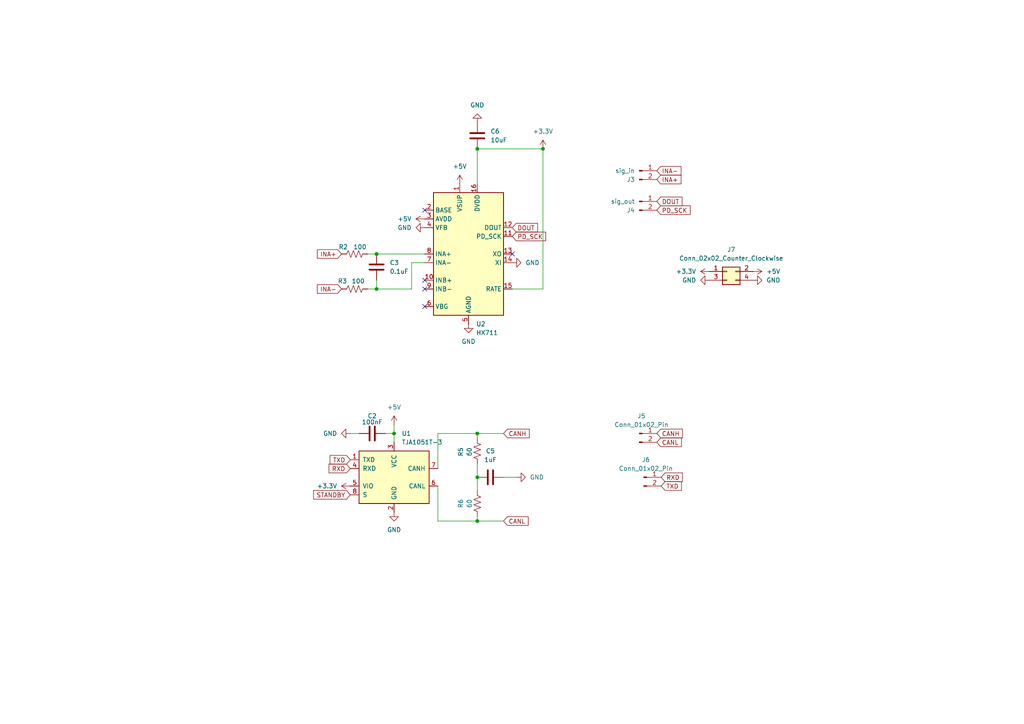
<source format=kicad_sch>
(kicad_sch (version 20231120) (generator "eeschema") (generator_version "8.0")
  (paper "A4")
  (lib_symbols
    (symbol "Analog_ADC:HX711"
      (property "Reference" "U" (at 5.08 21.59 0))
      (property "Value" "HX711" (at 7.62 19.05 0))
      (symbol "HX711_0_1"
        (rectangle (start -10.16 17.78) (end 10.16 -17.78) (stroke (width 0.254)) (fill (type background)))
      )
      (symbol "HX711_1_1"
        (pin power_in line (at -2.54 20.32 270) (length 2.54) (name "VSUP") (number "1"))
        (pin input line (at -12.7 -7.62 0) (length 2.54) (name "INB+") (number "10"))
        (pin input line (at 12.7 5.08 180) (length 2.54) (name "PD_SCK") (number "11"))
        (pin output line (at 12.7 7.62 180) (length 2.54) (name "DOUT") (number "12"))
        (pin passive line (at 12.7 0 180) (length 2.54) (name "XO") (number "13"))
        (pin passive line (at 12.7 -2.54 180) (length 2.54) (name "XI") (number "14"))
        (pin input line (at 12.7 -10.16 180) (length 2.54) (name "RATE") (number "15"))
        (pin power_in line (at 2.54 20.32 270) (length 2.54) (name "DVDD") (number "16"))
        (pin passive line (at -12.7 12.7 0) (length 2.54) (name "BASE") (number "2"))
        (pin power_in line (at -12.7 10.16 0) (length 2.54) (name "AVDD") (number "3"))
        (pin input line (at -12.7 7.62 0) (length 2.54) (name "VFB") (number "4"))
        (pin power_in line (at 0 -20.32 90) (length 2.54) (name "AGND") (number "5"))
        (pin passive line (at -12.7 -15.24 0) (length 2.54) (name "VBG") (number "6"))
        (pin input line (at -12.7 -2.54 0) (length 2.54) (name "INA-") (number "7"))
        (pin input line (at -12.7 0 0) (length 2.54) (name "INA+") (number "8"))
        (pin input line (at -12.7 -10.16 0) (length 2.54) (name "INB-") (number "9"))
      )
    )
    (symbol "Connector:Conn_01x02_Pin" (pin_names (offset 1.016) hide)
      (property "Reference" "J" (at 0 2.54 0))
      (property "Value" "Conn_01x02_Pin" (at 0 -5.08 0))
      (symbol "Conn_01x02_Pin_1_1"
        (polyline (pts (xy 1.27 -2.54) (xy 0.8636 -2.54)) (stroke (width 0.1524)))
        (polyline (pts (xy 1.27 0) (xy 0.8636 0)) (stroke (width 0.1524)))
        (rectangle (start 0.8636 -2.413) (end 0 -2.667) (stroke (width 0.1524)) (fill (type outline)))
        (rectangle (start 0.8636 0.127) (end 0 -0.127) (stroke (width 0.1524)) (fill (type outline)))
        (pin passive line (at 5.08 0 180) (length 3.81) (name "Pin_1") (number "1"))
        (pin passive line (at 5.08 -2.54 180) (length 3.81) (name "Pin_2") (number "2"))
      )
    )
    (symbol "Connector_Generic:Conn_02x02_Odd_Even" (pin_names (offset 1.016) hide)
      (property "Reference" "J" (at 1.27 2.54 0))
      (property "Value" "Conn_02x02_Odd_Even" (at 1.27 -5.08 0))
      (symbol "Conn_02x02_Odd_Even_1_1"
        (rectangle (start -1.27 -2.413) (end 0 -2.667) (stroke (width 0.1524)))
        (rectangle (start -1.27 0.127) (end 0 -0.127) (stroke (width 0.1524)))
        (rectangle (start -1.27 1.27) (end 3.81 -3.81) (stroke (width 0.254)) (fill (type background)))
        (rectangle (start 3.81 -2.413) (end 2.54 -2.667) (stroke (width 0.1524)))
        (rectangle (start 3.81 0.127) (end 2.54 -0.127) (stroke (width 0.1524)))
        (pin passive line (at -5.08 0 0) (length 3.81) (name "Pin_1") (number "1"))
        (pin passive line (at 7.62 0 180) (length 3.81) (name "Pin_2") (number "2"))
        (pin passive line (at -5.08 -2.54 0) (length 3.81) (name "Pin_3") (number "3"))
        (pin passive line (at 7.62 -2.54 180) (length 3.81) (name "Pin_4") (number "4"))
      )
    )
    (symbol "Device:C" (pin_numbers hide) (pin_names (offset 0.254))
      (property "Reference" "C" (at 0.635 2.54 0))
      (property "Value" "C" (at 0.635 -2.54 0))
      (symbol "C_0_1"
        (polyline (pts (xy -2.032 -0.762) (xy 2.032 -0.762)) (stroke (width 0.508)))
        (polyline (pts (xy -2.032 0.762) (xy 2.032 0.762)) (stroke (width 0.508)))
      )
      (symbol "C_1_1"
        (pin passive line (at 0 3.81 270) (length 2.794) (name "~") (number "1"))
        (pin passive line (at 0 -3.81 90) (length 2.794) (name "~") (number "2"))
      )
    )
    (symbol "Device:R_US" (pin_numbers hide) (pin_names (offset 0))
      (property "Reference" "R" (at 2.54 0 90))
      (property "Value" "R_US" (at -2.54 0 90))
      (symbol "R_US_0_1"
        (polyline (pts (xy 0 -2.286) (xy 0 -2.54)))
        (polyline (pts (xy 0 2.286) (xy 0 2.54)))
        (polyline (pts (xy 0 -0.762) (xy 1.016 -1.143) (xy 0 -1.524) (xy -1.016 -1.905) (xy 0 -2.286)))
        (polyline (pts (xy 0 0.762) (xy 1.016 0.381) (xy 0 0) (xy -1.016 -0.381) (xy 0 -0.762)))
        (polyline (pts (xy 0 2.286) (xy 1.016 1.905) (xy 0 1.524) (xy -1.016 1.143) (xy 0 0.762)))
      )
      (symbol "R_US_1_1"
        (pin passive line (at 0 3.81 270) (length 1.27) (name "~") (number "1"))
        (pin passive line (at 0 -3.81 90) (length 1.27) (name "~") (number "2"))
      )
    )
    (symbol "Interface_CAN_LIN:TJA1051T-3" (pin_names (offset 1.016))
      (property "Reference" "U" (at -10.16 8.89 0))
      (property "Value" "TJA1051T-3" (at 1.27 8.89 0))
      (symbol "TJA1051T-3_0_1"
        (rectangle (start -10.16 7.62) (end 10.16 -7.62) (stroke (width 0.254)) (fill (type background)))
      )
      (symbol "TJA1051T-3_1_1"
        (pin input line (at -12.7 5.08 0) (length 2.54) (name "TXD") (number "1"))
        (pin power_in line (at 0 -10.16 90) (length 2.54) (name "GND") (number "2"))
        (pin power_in line (at 0 10.16 270) (length 2.54) (name "VCC") (number "3"))
        (pin output line (at -12.7 2.54 0) (length 2.54) (name "RXD") (number "4"))
        (pin power_in line (at -12.7 -2.54 0) (length 2.54) (name "VIO") (number "5"))
        (pin bidirectional line (at 12.7 -2.54 180) (length 2.54) (name "CANL") (number "6"))
        (pin bidirectional line (at 12.7 2.54 180) (length 2.54) (name "CANH") (number "7"))
        (pin input line (at -12.7 -5.08 0) (length 2.54) (name "S") (number "8"))
      )
    )
    (symbol "power:+3.3V" (power) (pin_numbers hide) (pin_names (offset 0) hide)
      (property "Value" "+3.3V" (at 0 3.556 0))
      (symbol "+3.3V_0_1"
        (polyline (pts (xy -0.762 1.27) (xy 0 2.54)))
        (polyline (pts (xy 0 0) (xy 0 2.54)))
        (polyline (pts (xy 0 2.54) (xy 0.762 1.27)))
      )
      (symbol "+3.3V_1_1"
        (pin power_in line (at 0 0 90) (length 0) (name "~") (number "1"))
      )
    )
    (symbol "power:+5V" (power) (pin_numbers hide) (pin_names (offset 0) hide)
      (property "Value" "+5V" (at 0 3.556 0))
      (symbol "+5V_0_1"
        (polyline (pts (xy -0.762 1.27) (xy 0 2.54)))
        (polyline (pts (xy 0 0) (xy 0 2.54)))
        (polyline (pts (xy 0 2.54) (xy 0.762 1.27)))
      )
      (symbol "+5V_1_1"
        (pin power_in line (at 0 0 90) (length 0) (name "~") (number "1"))
      )
    )
    (symbol "power:GND" (power) (pin_numbers hide) (pin_names (offset 0) hide)
      (property "Value" "GND" (at 0 -3.81 0))
      (symbol "GND_0_1"
        (polyline (pts (xy 0 0) (xy 0 -1.27) (xy 1.27 -1.27) (xy 0 -2.54) (xy -1.27 -1.27) (xy 0 -1.27)))
      )
      (symbol "GND_1_1"
        (pin power_in line (at 0 0 270) (length 0) (name "~") (number "1"))
      )
    )
  )
  (junction (at 138.43 43.18))
  (junction (at 138.43 151.13))
  (junction (at 138.43 125.73))
  (junction (at 114.3 125.73))
  (junction (at 109.22 83.82))
  (junction (at 157.48 43.18))
  (junction (at 138.43 138.43))
  (junction (at 109.22 73.66))
  (no_connect (at 123.19 81.28))
  (no_connect (at 148.59 73.66))
  (no_connect (at 123.19 83.82))
  (no_connect (at 123.19 60.96))
  (no_connect (at 123.19 88.9))
  (wire (pts (xy 119.38 83.82) (xy 109.22 83.82)))
  (wire (pts (xy 114.3 125.73) (xy 114.3 128.27)))
  (wire (pts (xy 138.43 134.62) (xy 138.43 138.43)))
  (wire (pts (xy 148.59 83.82) (xy 157.48 83.82)))
  (wire (pts (xy 138.43 43.18) (xy 138.43 53.34)))
  (wire (pts (xy 109.22 81.28) (xy 109.22 83.82)))
  (wire (pts (xy 138.43 151.13) (xy 127 151.13)))
  (wire (pts (xy 111.76 125.73) (xy 114.3 125.73)))
  (wire (pts (xy 138.43 125.73) (xy 127 125.73)))
  (wire (pts (xy 114.3 123.19) (xy 114.3 125.73)))
  (wire (pts (xy 127 125.73) (xy 127 135.89)))
  (wire (pts (xy 138.43 43.18) (xy 157.48 43.18)))
  (wire (pts (xy 109.22 73.66) (xy 123.19 73.66)))
  (wire (pts (xy 127 140.97) (xy 127 151.13)))
  (wire (pts (xy 109.22 83.82) (xy 106.68 83.82)))
  (wire (pts (xy 138.43 127) (xy 138.43 125.73)))
  (wire (pts (xy 146.05 125.73) (xy 138.43 125.73)))
  (wire (pts (xy 146.05 138.43) (xy 149.86 138.43)))
  (wire (pts (xy 101.6 125.73) (xy 104.14 125.73)))
  (wire (pts (xy 138.43 138.43) (xy 138.43 142.24)))
  (wire (pts (xy 106.68 73.66) (xy 109.22 73.66)))
  (wire (pts (xy 138.43 149.86) (xy 138.43 151.13)))
  (wire (pts (xy 119.38 76.2) (xy 119.38 83.82)))
  (wire (pts (xy 157.48 83.82) (xy 157.48 43.18)))
  (wire (pts (xy 123.19 76.2) (xy 119.38 76.2)))
  (wire (pts (xy 146.05 151.13) (xy 138.43 151.13)))
  (global_label "RXD" (shape input) (at 101.6 135.89 180) (property "Intersheetrefs" "${INTERSHEET_REFS}" (effects (hide yes))))
  (global_label "STANDBY" (shape input) (at 101.6 143.51 180) (property "Intersheetrefs" "${INTERSHEET_REFS}" (effects (hide yes))))
  (global_label "DOUT" (shape input) (at 190.5 58.42 0) (property "Intersheetrefs" "${INTERSHEET_REFS}" (effects (hide yes))))
  (global_label "PD_SCK" (shape input) (at 148.59 68.58 0) (property "Intersheetrefs" "${INTERSHEET_REFS}" (effects (hide yes))))
  (global_label "PD_SCK" (shape input) (at 190.5 60.96 0) (property "Intersheetrefs" "${INTERSHEET_REFS}" (effects (hide yes))))
  (global_label "TXD" (shape input) (at 191.77 140.97 0) (property "Intersheetrefs" "${INTERSHEET_REFS}" (effects (hide yes))))
  (global_label "INA+" (shape input) (at 99.06 73.66 180) (property "Intersheetrefs" "${INTERSHEET_REFS}" (effects (hide yes))))
  (global_label "RXD" (shape input) (at 191.77 138.43 0) (property "Intersheetrefs" "${INTERSHEET_REFS}" (effects (hide yes))))
  (global_label "INA-" (shape input) (at 99.06 83.82 180) (property "Intersheetrefs" "${INTERSHEET_REFS}" (effects (hide yes))))
  (global_label "TXD" (shape input) (at 101.6 133.35 180) (property "Intersheetrefs" "${INTERSHEET_REFS}" (effects (hide yes))))
  (global_label "CANL" (shape input) (at 190.5 128.27 0) (property "Intersheetrefs" "${INTERSHEET_REFS}" (effects (hide yes))))
  (global_label "INA+" (shape input) (at 190.5 52.07 0) (property "Intersheetrefs" "${INTERSHEET_REFS}" (effects (hide yes))))
  (global_label "CANH" (shape input) (at 190.5 125.73 0) (property "Intersheetrefs" "${INTERSHEET_REFS}" (effects (hide yes))))
  (global_label "CANL" (shape input) (at 146.05 151.13 0) (property "Intersheetrefs" "${INTERSHEET_REFS}" (effects (hide yes))))
  (global_label "INA-" (shape input) (at 190.5 49.53 0) (property "Intersheetrefs" "${INTERSHEET_REFS}" (effects (hide yes))))
  (global_label "CANH" (shape input) (at 146.05 125.73 0) (property "Intersheetrefs" "${INTERSHEET_REFS}" (effects (hide yes))))
  (global_label "DOUT" (shape input) (at 148.59 66.04 0) (property "Intersheetrefs" "${INTERSHEET_REFS}" (effects (hide yes))))
  (symbol (lib_id "Interface_CAN_LIN:TJA1051T-3") (at 114.3 138.43 0) (unit 1)
    (property "Reference" "U1" (at 116.4941 125.73 0) (effects (justify left)))
    (property "Value" "TJA1051T-3" (at 116.4941 128.27 0) (effects (justify left)))
    (property "Footprint" "Package_SO:SOIC-8_3.9x4.9mm_P1.27mm" (effects (hide yes)))
    (property "Datasheet" "http://www.nxp.com/docs/en/data-sheet/TJA1051.pdf" (effects (hide yes)))
    (property "Description" "High-Speed CAN Transceiver, separate VIO, silent mode, SOIC-8" (effects (hide yes)))
  )
  (symbol (lib_id "Connector:Conn_01x02_Pin") (at 185.42 49.53 0) (unit 1)
    (property "Reference" "J3" (at 184.15 52.0701 0) (effects (justify right)))
    (property "Value" "sig_in" (at 184.15 49.5301 0) (effects (justify right)))
    (property "Footprint" "Connector_PinHeader_2.54mm:PinHeader_1x02_P2.54mm_Vertical" (effects (hide yes)))
    (property "Description" "Generic connector, single row, 01x02, script generated" (effects (hide yes)))
  )
  (symbol (lib_id "power:GND") (at 123.19 66.04 270) (unit 1)
    (property "Reference" "#PWR016" (effects (hide yes)))
    (property "Value" "GND" (at 119.38 66.0399 90) (effects (justify right)))
    (property "Description" "Power symbol creates a global label with name \"GND\" , ground" (effects (hide yes)))
  )
  (symbol (lib_id "power:GND") (at 135.89 93.98 0) (unit 1)
    (property "Reference" "#PWR07" (effects (hide yes)))
    (property "Value" "GND" (at 135.89 99.06 0))
    (property "Description" "Power symbol creates a global label with name \"GND\" , ground" (effects (hide yes)))
  )
  (symbol (lib_id "power:GND") (at 101.6 125.73 270) (unit 1)
    (property "Reference" "#PWR02" (effects (hide yes)))
    (property "Value" "GND" (at 97.79 125.7301 90) (effects (justify right)))
    (property "Description" "Power symbol creates a global label with name \"GND\" , ground" (effects (hide yes)))
  )
  (symbol (lib_id "Device:C") (at 142.24 138.43 270) (unit 1)
    (property "Reference" "C5" (at 142.24 130.81 90))
    (property "Value" "1uF" (at 142.24 133.35 90))
    (property "Footprint" "Capacitor_SMD:C_0603_1608Metric" (effects (hide yes)))
    (property "Description" "Unpolarized capacitor" (effects (hide yes)))
  )
  (symbol (lib_id "power:GND") (at 148.59 76.2 90) (unit 1)
    (property "Reference" "#PWR08" (effects (hide yes)))
    (property "Value" "GND" (at 152.4 76.1999 90) (effects (justify right)))
    (property "Description" "Power symbol creates a global label with name \"GND\" , ground" (effects (hide yes)))
  )
  (symbol (lib_id "Device:R_US") (at 138.43 130.81 180) (unit 1)
    (property "Reference" "R5" (at 133.604 131.064 90))
    (property "Value" "60" (at 136.144 131.064 90))
    (property "Footprint" "Resistor_SMD:R_0603_1608Metric" (effects (hide yes)))
    (property "Description" "Resistor, US symbol" (effects (hide yes)))
  )
  (symbol (lib_id "power:+3.3V") (at 157.48 43.18 0) (unit 1)
    (property "Reference" "#PWR011" (effects (hide yes)))
    (property "Value" "+3.3V" (at 157.48 38.1 0))
    (property "Description" "Power symbol creates a global label with name \"+3.3V\"" (effects (hide yes)))
  )
  (symbol (lib_id "power:+5V") (at 123.19 63.5 90) (unit 1)
    (property "Reference" "#PWR01" (effects (hide yes)))
    (property "Value" "+5V" (at 119.38 63.4999 90) (effects (justify left)))
    (property "Description" "Power symbol creates a global label with name \"+5V\"" (effects (hide yes)))
  )
  (symbol (lib_id "Device:R_US") (at 138.43 146.05 180) (unit 1)
    (property "Reference" "R6" (at 133.604 146.05 90))
    (property "Value" "60" (at 136.144 146.05 90))
    (property "Footprint" "Resistor_SMD:R_0603_1608Metric" (effects (hide yes)))
    (property "Description" "Resistor, US symbol" (effects (hide yes)))
  )
  (symbol (lib_id "power:GND") (at 205.74 81.28 270) (unit 1)
    (property "Reference" "#PWR014" (effects (hide yes)))
    (property "Value" "GND" (at 201.93 81.2801 90) (effects (justify right)))
    (property "Description" "Power symbol creates a global label with name \"GND\" , ground" (effects (hide yes)))
  )
  (symbol (lib_id "power:+5V") (at 114.3 123.19 0) (unit 1)
    (property "Reference" "#PWR04" (effects (hide yes)))
    (property "Value" "+5V" (at 114.3 118.11 0))
    (property "Description" "Power symbol creates a global label with name \"+5V\"" (effects (hide yes)))
  )
  (symbol (lib_id "power:GND") (at 114.3 148.59 0) (unit 1)
    (property "Reference" "#PWR05" (effects (hide yes)))
    (property "Value" "GND" (at 114.3 153.67 0))
    (property "Description" "Power symbol creates a global label with name \"GND\" , ground" (effects (hide yes)))
  )
  (symbol (lib_id "Connector:Conn_01x02_Pin") (at 185.42 58.42 0) (unit 1)
    (property "Reference" "J4" (at 184.15 60.9601 0) (effects (justify right)))
    (property "Value" "sig_out" (at 184.15 58.4201 0) (effects (justify right)))
    (property "Footprint" "Connector_PinHeader_2.54mm:PinHeader_1x02_P2.54mm_Vertical" (effects (hide yes)))
    (property "Description" "Generic connector, single row, 01x02, script generated" (effects (hide yes)))
  )
  (symbol (lib_id "Device:R_US") (at 102.87 73.66 270) (unit 1)
    (property "Reference" "R2" (at 99.568 71.628 90))
    (property "Value" "100" (at 104.394 71.628 90))
    (property "Footprint" "Resistor_SMD:R_0603_1608Metric" (effects (hide yes)))
    (property "Description" "Resistor, US symbol" (effects (hide yes)))
  )
  (symbol (lib_id "power:+5V") (at 218.44 78.74 270) (unit 1)
    (property "Reference" "#PWR06" (effects (hide yes)))
    (property "Value" "+5V" (at 222.25 78.7399 90) (effects (justify left)))
    (property "Description" "Power symbol creates a global label with name \"+5V\"" (effects (hide yes)))
  )
  (symbol (lib_id "Device:R_US") (at 102.87 83.82 270) (unit 1)
    (property "Reference" "R3" (at 99.314 81.534 90))
    (property "Value" "100" (at 103.886 81.534 90))
    (property "Footprint" "Resistor_SMD:R_0603_1608Metric" (effects (hide yes)))
    (property "Description" "Resistor, US symbol" (effects (hide yes)))
  )
  (symbol (lib_id "power:GND") (at 138.43 35.56 180) (unit 1)
    (property "Reference" "#PWR017" (effects (hide yes)))
    (property "Value" "GND" (at 138.43 30.48 0))
    (property "Description" "Power symbol creates a global label with name \"GND\" , ground" (effects (hide yes)))
  )
  (symbol (lib_id "Connector:Conn_01x02_Pin") (at 185.42 125.73 0) (unit 1)
    (property "Reference" "J5" (at 186.055 120.65 0))
    (property "Value" "Conn_01x02_Pin" (at 186.055 123.19 0))
    (property "Footprint" "Connector_PinHeader_2.54mm:PinHeader_1x02_P2.54mm_Vertical" (effects (hide yes)))
    (property "Description" "Generic connector, single row, 01x02, script generated" (effects (hide yes)))
  )
  (symbol (lib_id "power:GND") (at 149.86 138.43 90) (unit 1)
    (property "Reference" "#PWR010" (effects (hide yes)))
    (property "Value" "GND" (at 153.67 138.4299 90) (effects (justify right)))
    (property "Description" "Power symbol creates a global label with name \"GND\" , ground" (effects (hide yes)))
  )
  (symbol (lib_id "Device:C") (at 138.43 39.37 0) (unit 1)
    (property "Reference" "C6" (at 142.24 38.0999 0) (effects (justify left)))
    (property "Value" "10uF" (at 142.24 40.6399 0) (effects (justify left)))
    (property "Footprint" "Capacitor_SMD:C_0603_1608Metric" (effects (hide yes)))
    (property "Description" "Unpolarized capacitor" (effects (hide yes)))
  )
  (symbol (lib_id "Device:C") (at 107.95 125.73 90) (unit 1)
    (property "Reference" "C2" (at 107.95 120.65 90))
    (property "Value" "100nF" (at 107.95 122.428 90))
    (property "Footprint" "Capacitor_SMD:C_0603_1608Metric" (effects (hide yes)))
    (property "Description" "Unpolarized capacitor" (effects (hide yes)))
  )
  (symbol (lib_id "power:+3.3V") (at 205.74 78.74 90) (unit 1)
    (property "Reference" "#PWR013" (effects (hide yes)))
    (property "Value" "+3.3V" (at 201.93 78.7401 90) (effects (justify left)))
    (property "Description" "Power symbol creates a global label with name \"+3.3V\"" (effects (hide yes)))
  )
  (symbol (lib_id "Analog_ADC:HX711") (at 135.89 73.66 0) (unit 1)
    (property "Reference" "U2" (at 138.0841 93.98 0) (effects (justify left)))
    (property "Value" "HX711" (at 138.0841 96.52 0) (effects (justify left)))
    (property "Footprint" "Package_SO:SOP-16_3.9x9.9mm_P1.27mm" (effects (hide yes)))
    (property "Datasheet" "https://web.archive.org/web/20220615044707/https://akizukidenshi.com/download/ds/avia/hx711.pdf" (effects (hide yes)))
    (property "Description" "24-Bit Analog-to-Digital Converter (ADC) for Weight Scales" (effects (hide yes)))
  )
  (symbol (lib_id "power:GND") (at 218.44 81.28 90) (unit 1)
    (property "Reference" "#PWR012" (effects (hide yes)))
    (property "Value" "GND" (at 222.25 81.2799 90) (effects (justify right)))
    (property "Description" "Power symbol creates a global label with name \"GND\" , ground" (effects (hide yes)))
  )
  (symbol (lib_id "power:+3.3V") (at 101.6 140.97 90) (unit 1)
    (property "Reference" "#PWR03" (effects (hide yes)))
    (property "Value" "+3.3V" (at 97.79 140.9699 90) (effects (justify left)))
    (property "Description" "Power symbol creates a global label with name \"+3.3V\"" (effects (hide yes)))
  )
  (symbol (lib_id "power:+5V") (at 133.35 53.34 0) (unit 1)
    (property "Reference" "#PWR09" (effects (hide yes)))
    (property "Value" "+5V" (at 133.35 48.26 0))
    (property "Description" "Power symbol creates a global label with name \"+5V\"" (effects (hide yes)))
  )
  (symbol (lib_id "Device:C") (at 109.22 77.47 0) (unit 1)
    (property "Reference" "C3" (at 113.03 76.1999 0) (effects (justify left)))
    (property "Value" "0.1uF" (at 113.03 78.7399 0) (effects (justify left)))
    (property "Footprint" "Capacitor_SMD:C_0603_1608Metric" (effects (hide yes)))
    (property "Description" "Unpolarized capacitor" (effects (hide yes)))
  )
  (symbol (lib_id "Connector_Generic:Conn_02x02_Odd_Even") (at 210.82 78.74 0) (unit 1)
    (property "Reference" "J7" (at 212.09 72.39 0))
    (property "Value" "Conn_02x02_Counter_Clockwise" (at 212.09 74.93 0))
    (property "Footprint" "Connector_PinHeader_2.54mm:PinHeader_2x02_P2.54mm_Vertical" (effects (hide yes)))
    (property "Description" "Generic connector, double row, 02x02, odd/even pin numbering scheme (row 1 odd numbers, row 2 even numbers), script generated (kicad-library-utils/schlib/autogen/connector/)" (effects (hide yes)))
  )
  (symbol (lib_id "Connector:Conn_01x02_Pin") (at 186.69 138.43 0) (unit 1)
    (property "Reference" "J6" (at 187.325 133.35 0))
    (property "Value" "Conn_01x02_Pin" (at 187.325 135.89 0))
    (property "Footprint" "Connector_PinHeader_2.54mm:PinHeader_1x02_P2.54mm_Vertical" (effects (hide yes)))
    (property "Description" "Generic connector, single row, 01x02, script generated" (effects (hide yes)))
  )
)
</source>
